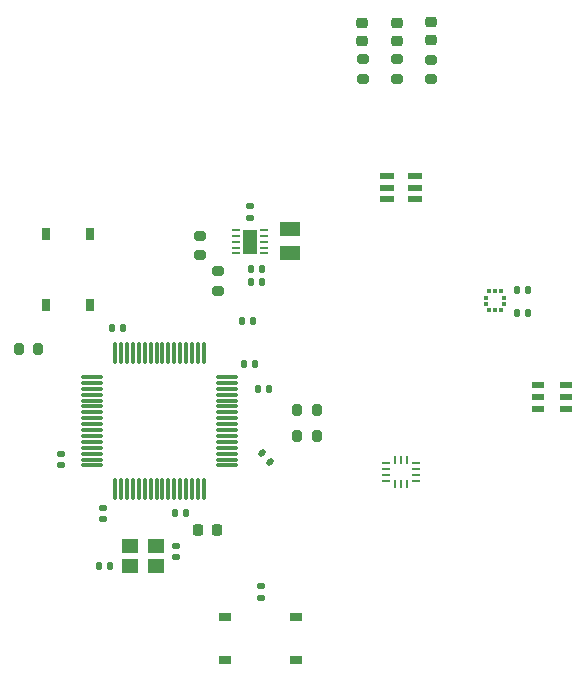
<source format=gbr>
%TF.GenerationSoftware,KiCad,Pcbnew,8.0.5*%
%TF.CreationDate,2025-05-15T20:07:03-04:00*%
%TF.ProjectId,RTLS_VIC,52544c53-5f56-4494-932e-6b696361645f,rev?*%
%TF.SameCoordinates,Original*%
%TF.FileFunction,Paste,Top*%
%TF.FilePolarity,Positive*%
%FSLAX46Y46*%
G04 Gerber Fmt 4.6, Leading zero omitted, Abs format (unit mm)*
G04 Created by KiCad (PCBNEW 8.0.5) date 2025-05-15 20:07:03*
%MOMM*%
%LPD*%
G01*
G04 APERTURE LIST*
G04 Aperture macros list*
%AMRoundRect*
0 Rectangle with rounded corners*
0 $1 Rounding radius*
0 $2 $3 $4 $5 $6 $7 $8 $9 X,Y pos of 4 corners*
0 Add a 4 corners polygon primitive as box body*
4,1,4,$2,$3,$4,$5,$6,$7,$8,$9,$2,$3,0*
0 Add four circle primitives for the rounded corners*
1,1,$1+$1,$2,$3*
1,1,$1+$1,$4,$5*
1,1,$1+$1,$6,$7*
1,1,$1+$1,$8,$9*
0 Add four rect primitives between the rounded corners*
20,1,$1+$1,$2,$3,$4,$5,0*
20,1,$1+$1,$4,$5,$6,$7,0*
20,1,$1+$1,$6,$7,$8,$9,0*
20,1,$1+$1,$8,$9,$2,$3,0*%
G04 Aperture macros list end*
%ADD10RoundRect,0.140000X0.140000X0.170000X-0.140000X0.170000X-0.140000X-0.170000X0.140000X-0.170000X0*%
%ADD11RoundRect,0.218750X-0.218750X-0.256250X0.218750X-0.256250X0.218750X0.256250X-0.218750X0.256250X0*%
%ADD12R,1.800000X1.200000*%
%ADD13RoundRect,0.200000X-0.275000X0.200000X-0.275000X-0.200000X0.275000X-0.200000X0.275000X0.200000X0*%
%ADD14RoundRect,0.140000X-0.140000X-0.170000X0.140000X-0.170000X0.140000X0.170000X-0.140000X0.170000X0*%
%ADD15R,1.400000X1.200000*%
%ADD16RoundRect,0.140000X-0.219203X-0.021213X-0.021213X-0.219203X0.219203X0.021213X0.021213X0.219203X0*%
%ADD17O,0.300000X2.000000*%
%ADD18O,2.000000X0.300000*%
%ADD19RoundRect,0.200000X-0.200000X-0.275000X0.200000X-0.275000X0.200000X0.275000X-0.200000X0.275000X0*%
%ADD20RoundRect,0.200000X0.275000X-0.200000X0.275000X0.200000X-0.275000X0.200000X-0.275000X-0.200000X0*%
%ADD21RoundRect,0.218750X-0.256250X0.218750X-0.256250X-0.218750X0.256250X-0.218750X0.256250X0.218750X0*%
%ADD22RoundRect,0.140000X0.170000X-0.140000X0.170000X0.140000X-0.170000X0.140000X-0.170000X-0.140000X0*%
%ADD23RoundRect,0.140000X-0.170000X0.140000X-0.170000X-0.140000X0.170000X-0.140000X0.170000X0.140000X0*%
%ADD24RoundRect,0.200000X0.200000X0.275000X-0.200000X0.275000X-0.200000X-0.275000X0.200000X-0.275000X0*%
%ADD25R,0.680000X0.280000*%
%ADD26R,0.280000X0.680000*%
%ADD27R,1.000000X0.750000*%
%ADD28R,0.750000X1.000000*%
%ADD29R,0.300000X0.300000*%
%ADD30R,1.300000X0.550000*%
%ADD31R,0.660000X0.280000*%
%ADD32R,1.200000X2.000000*%
%ADD33R,1.000000X0.600000*%
G04 APERTURE END LIST*
D10*
%TO.C,C3*%
X144149001Y-81025000D03*
X143189001Y-81025000D03*
%TD*%
D11*
%TO.C,L7*%
X138771500Y-102025000D03*
X140346500Y-102025000D03*
%TD*%
D12*
%TO.C,L1*%
X146494001Y-76575000D03*
X146494001Y-78575000D03*
%TD*%
D13*
%TO.C,R4*%
X152684000Y-62225000D03*
X152684000Y-63875000D03*
%TD*%
D14*
%TO.C,C11*%
X130354000Y-105100000D03*
X131314000Y-105100000D03*
%TD*%
D15*
%TO.C,X1*%
X133009000Y-105100000D03*
X135209000Y-105100000D03*
X135209000Y-103400000D03*
X133009000Y-103400000D03*
%TD*%
D14*
%TO.C,C14*%
X142629000Y-88025000D03*
X143589000Y-88025000D03*
%TD*%
D16*
%TO.C,C13*%
X144119589Y-95585589D03*
X144798411Y-96264411D03*
%TD*%
D17*
%TO.C,U9*%
X131734000Y-98600000D03*
X132234000Y-98600000D03*
X132734000Y-98600000D03*
X133234000Y-98600000D03*
X133734000Y-98600000D03*
X134234000Y-98600000D03*
X134734000Y-98600000D03*
X135234000Y-98600000D03*
X135734000Y-98600000D03*
X136234000Y-98600000D03*
X136734000Y-98600000D03*
X137234000Y-98600000D03*
X137734000Y-98600000D03*
X138234000Y-98600000D03*
X138734000Y-98600000D03*
X139234000Y-98600000D03*
D18*
X141234000Y-96600000D03*
X141234000Y-96100000D03*
X141234000Y-95600000D03*
X141234000Y-95100000D03*
X141234000Y-94600000D03*
X141234000Y-94100000D03*
X141234000Y-93600000D03*
X141234000Y-93100000D03*
X141234000Y-92600000D03*
X141234000Y-92100000D03*
X141234000Y-91600000D03*
X141234000Y-91100000D03*
X141234000Y-90600000D03*
X141234000Y-90100000D03*
X141234000Y-89600000D03*
X141234000Y-89100000D03*
D17*
X139234000Y-87100000D03*
X138734000Y-87100000D03*
X138234000Y-87100000D03*
X137734000Y-87100000D03*
X137234000Y-87100000D03*
X136734000Y-87100000D03*
X136234000Y-87100000D03*
X135734000Y-87100000D03*
X135234000Y-87100000D03*
X134734000Y-87100000D03*
X134234000Y-87100000D03*
X133734000Y-87100000D03*
X133234000Y-87100000D03*
X132734000Y-87100000D03*
X132234000Y-87100000D03*
X131734000Y-87100000D03*
D18*
X129734000Y-89100000D03*
X129734000Y-89600000D03*
X129734000Y-90100000D03*
X129734000Y-90600000D03*
X129734000Y-91100000D03*
X129734000Y-91600000D03*
X129734000Y-92100000D03*
X129734000Y-92600000D03*
X129734000Y-93100000D03*
X129734000Y-93600000D03*
X129734000Y-94100000D03*
X129734000Y-94600000D03*
X129734000Y-95100000D03*
X129734000Y-95600000D03*
X129734000Y-96100000D03*
X129734000Y-96600000D03*
%TD*%
D19*
%TO.C,R2*%
X123559000Y-86700000D03*
X125209000Y-86700000D03*
%TD*%
D20*
%TO.C,R3*%
X140419001Y-81800001D03*
X140419001Y-80150001D03*
%TD*%
D21*
%TO.C,D3*%
X155564000Y-59112499D03*
X155564000Y-60687501D03*
%TD*%
D22*
%TO.C,C16*%
X127159000Y-96580000D03*
X127159000Y-95620000D03*
%TD*%
D20*
%TO.C,R1*%
X138894001Y-78800000D03*
X138894001Y-77150000D03*
%TD*%
D13*
%TO.C,R11*%
X158464000Y-62237498D03*
X158464000Y-63887498D03*
%TD*%
D23*
%TO.C,C12*%
X130709000Y-100195000D03*
X130709000Y-101155000D03*
%TD*%
%TO.C,C9*%
X144034000Y-106845000D03*
X144034000Y-107805000D03*
%TD*%
D24*
%TO.C,R9*%
X148809000Y-94125000D03*
X147159000Y-94125000D03*
%TD*%
D25*
%TO.C,U8*%
X154649000Y-96425000D03*
X154649000Y-96925000D03*
X154649000Y-97425000D03*
X154649000Y-97925000D03*
D26*
X155409000Y-98185000D03*
X155909000Y-98185000D03*
X156409000Y-98185000D03*
D25*
X157169000Y-97925000D03*
X157169000Y-97425000D03*
X157169000Y-96925000D03*
X157169000Y-96425000D03*
D26*
X156409000Y-96165000D03*
X155909000Y-96165000D03*
X155409000Y-96165000D03*
%TD*%
D10*
%TO.C,C24*%
X137764000Y-100650000D03*
X136804000Y-100650000D03*
%TD*%
D22*
%TO.C,C1*%
X143119001Y-75604999D03*
X143119001Y-74644999D03*
%TD*%
D21*
%TO.C,D1*%
X158449000Y-59024997D03*
X158449000Y-60599999D03*
%TD*%
D10*
%TO.C,C17*%
X143439000Y-84350000D03*
X142479000Y-84350000D03*
%TD*%
D13*
%TO.C,R5*%
X155584000Y-62225000D03*
X155584000Y-63875000D03*
%TD*%
D23*
%TO.C,C10*%
X136909000Y-103420000D03*
X136909000Y-104380000D03*
%TD*%
D14*
%TO.C,C28*%
X165759000Y-83690000D03*
X166719000Y-83690000D03*
%TD*%
D27*
%TO.C,SW1*%
X147059000Y-113100000D03*
X141059000Y-113100000D03*
X147059000Y-109400000D03*
X141059000Y-109400000D03*
%TD*%
D28*
%TO.C,SW2*%
X129584000Y-76975000D03*
X129584000Y-82975000D03*
X125884000Y-76975000D03*
X125884000Y-82975000D03*
%TD*%
D14*
%TO.C,C27*%
X165759000Y-81720000D03*
X166719000Y-81720000D03*
%TD*%
%TO.C,C15*%
X131429000Y-84950000D03*
X132389000Y-84950000D03*
%TD*%
D10*
%TO.C,C2*%
X144149000Y-79925000D03*
X143189000Y-79925000D03*
%TD*%
D14*
%TO.C,C4*%
X143829000Y-90100000D03*
X144789000Y-90100000D03*
%TD*%
D29*
%TO.C,U6*%
X163104000Y-82400000D03*
X163104000Y-82900000D03*
X163384000Y-83430000D03*
X163884000Y-83430000D03*
X164384000Y-83430000D03*
X164664000Y-82900000D03*
X164664000Y-82400000D03*
X164384000Y-81870000D03*
X163884000Y-81870000D03*
X163384000Y-81870000D03*
%TD*%
D21*
%TO.C,D2*%
X152659000Y-59112499D03*
X152659000Y-60687501D03*
%TD*%
D30*
%TO.C,U7*%
X157134000Y-74017500D03*
X157134000Y-73067500D03*
X157134000Y-72117500D03*
X154744000Y-72117500D03*
X154734000Y-73067500D03*
X154744000Y-74017500D03*
%TD*%
D31*
%TO.C,U2*%
X141984000Y-76650000D03*
X141984001Y-77150000D03*
X141984000Y-77650000D03*
X141984001Y-78150000D03*
X141984000Y-78650000D03*
X144304000Y-78650000D03*
X144303999Y-78150000D03*
X144304000Y-77650000D03*
X144303999Y-77150000D03*
X144304000Y-76650000D03*
D32*
X143144000Y-77650000D03*
%TD*%
D19*
%TO.C,R10*%
X147159000Y-91900000D03*
X148809000Y-91900000D03*
%TD*%
D33*
%TO.C,U1*%
X167509000Y-89825000D03*
X167509000Y-90825000D03*
X167509000Y-91825000D03*
X169909000Y-91825000D03*
X169909000Y-90825000D03*
X169909000Y-89825000D03*
%TD*%
M02*

</source>
